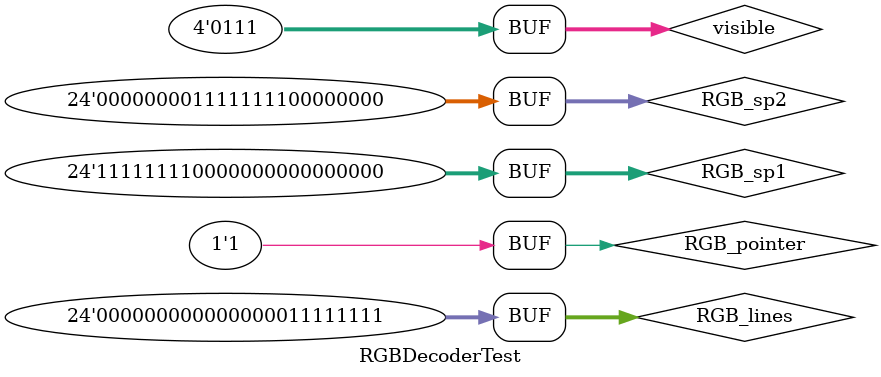
<source format=sv>
module RGBDecoderTest;

logic [3:0] visible;
logic [23:0] RGB_sp1, RGB_sp2, RGB_lines;
logic [23:0] RGB;

assign RGB_sp1 = 24'hff0000;
assign RGB_sp2 = 24'h00ff00;
assign RGB_lines = 24'h0000ff;
assign RGB_pointer = 24'h00000f;

RGBDecoder DUT(visible, RGB_sp1, RGB_sp2, RGB_lines, RGB_pointer, RGB);

always
begin
	#10 visible = 4'b0000;
	#1 $display("visible = %b, RGB_sp1 = %h, RGB_sp2 = %h, RGB_lines = %h, RGB = %h", visible, RGB_sp1, RGB_sp2, RGB_lines, RGB);
	#10 visible = 4'b0001;
	#1 $display("visible = %b, RGB_sp1 = %h, RGB_sp2 = %h, RGB_lines = %h, RGB = %h", visible, RGB_sp1, RGB_sp2, RGB_lines, RGB);
	#10 visible = 4'b0010;
	#1 $display("visible = %b, RGB_sp1 = %h, RGB_sp2 = %h, RGB_lines = %h, RGB = %h", visible, RGB_sp1, RGB_sp2, RGB_lines, RGB);
	#10 visible = 4'b0011;
	#1 $display("visible = %b, RGB_sp1 = %h, RGB_sp2 = %h, RGB_lines = %h, RGB = %h", visible, RGB_sp1, RGB_sp2, RGB_lines, RGB);
	#10 visible = 4'b0100;
	#1 $display("visible = %b, RGB_sp1 = %h, RGB_sp2 = %h, RGB_lines = %h, RGB = %h", visible, RGB_sp1, RGB_sp2, RGB_lines, RGB);
	#10 visible = 4'b0101;
	#1 $display("visible = %b, RGB_sp1 = %h, RGB_sp2 = %h, RGB_lines = %h, RGB = %h", visible, RGB_sp1, RGB_sp2, RGB_lines, RGB);
	#10 visible = 4'b0110;
	#1 $display("visible = %b, RGB_sp1 = %h, RGB_sp2 = %h, RGB_lines = %h, RGB = %h", visible, RGB_sp1, RGB_sp2, RGB_lines, RGB);
	#10 visible = 4'b0111;
	#1 $display("visible = %b, RGB_sp1 = %h, RGB_sp2 = %h, RGB_lines = %h, RGB = %h", visible, RGB_sp1, RGB_sp2, RGB_lines, RGB);
end

endmodule // RGBDecoderTest

</source>
